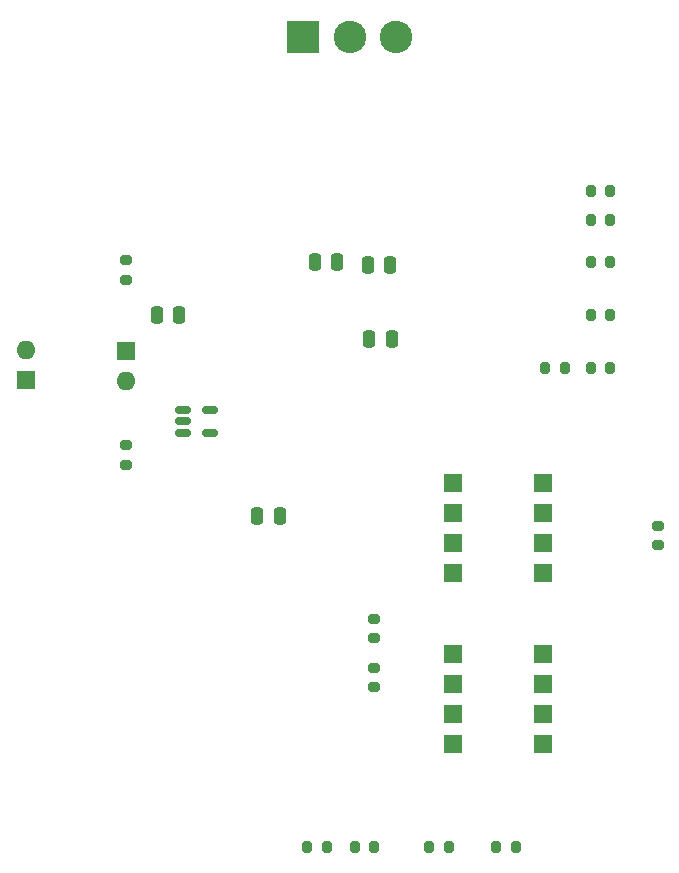
<source format=gbr>
%TF.GenerationSoftware,KiCad,Pcbnew,8.0.5*%
%TF.CreationDate,2024-10-10T13:47:41+03:00*%
%TF.ProjectId,kek,6b656b2e-6b69-4636-9164-5f7063625858,rev?*%
%TF.SameCoordinates,Original*%
%TF.FileFunction,Soldermask,Top*%
%TF.FilePolarity,Negative*%
%FSLAX46Y46*%
G04 Gerber Fmt 4.6, Leading zero omitted, Abs format (unit mm)*
G04 Created by KiCad (PCBNEW 8.0.5) date 2024-10-10 13:47:41*
%MOMM*%
%LPD*%
G01*
G04 APERTURE LIST*
G04 Aperture macros list*
%AMRoundRect*
0 Rectangle with rounded corners*
0 $1 Rounding radius*
0 $2 $3 $4 $5 $6 $7 $8 $9 X,Y pos of 4 corners*
0 Add a 4 corners polygon primitive as box body*
4,1,4,$2,$3,$4,$5,$6,$7,$8,$9,$2,$3,0*
0 Add four circle primitives for the rounded corners*
1,1,$1+$1,$2,$3*
1,1,$1+$1,$4,$5*
1,1,$1+$1,$6,$7*
1,1,$1+$1,$8,$9*
0 Add four rect primitives between the rounded corners*
20,1,$1+$1,$2,$3,$4,$5,0*
20,1,$1+$1,$4,$5,$6,$7,0*
20,1,$1+$1,$6,$7,$8,$9,0*
20,1,$1+$1,$8,$9,$2,$3,0*%
G04 Aperture macros list end*
%ADD10RoundRect,0.150000X-0.512500X-0.150000X0.512500X-0.150000X0.512500X0.150000X-0.512500X0.150000X0*%
%ADD11RoundRect,0.200000X-0.275000X0.200000X-0.275000X-0.200000X0.275000X-0.200000X0.275000X0.200000X0*%
%ADD12RoundRect,0.200000X-0.200000X-0.275000X0.200000X-0.275000X0.200000X0.275000X-0.200000X0.275000X0*%
%ADD13RoundRect,0.200000X0.200000X0.275000X-0.200000X0.275000X-0.200000X-0.275000X0.200000X-0.275000X0*%
%ADD14R,1.600000X1.600000*%
%ADD15RoundRect,0.250000X-0.250000X-0.475000X0.250000X-0.475000X0.250000X0.475000X-0.250000X0.475000X0*%
%ADD16O,1.600000X1.600000*%
%ADD17RoundRect,0.102000X-1.275000X-1.275000X1.275000X-1.275000X1.275000X1.275000X-1.275000X1.275000X0*%
%ADD18C,2.754000*%
%ADD19RoundRect,0.200000X0.275000X-0.200000X0.275000X0.200000X-0.275000X0.200000X-0.275000X-0.200000X0*%
%ADD20RoundRect,0.250000X0.250000X0.475000X-0.250000X0.475000X-0.250000X-0.475000X0.250000X-0.475000X0*%
G04 APERTURE END LIST*
D10*
%TO.C,DA1*%
X119862500Y-100550000D03*
X119862500Y-101500000D03*
X119862500Y-102450000D03*
X122137500Y-102450000D03*
X122137500Y-100550000D03*
%TD*%
D11*
%TO.C,R8*%
X160000000Y-110350000D03*
X160000000Y-112000000D03*
%TD*%
D12*
%TO.C,R2*%
X154330000Y-84480000D03*
X155980000Y-84480000D03*
%TD*%
D13*
%TO.C,R5*%
X152150000Y-97000000D03*
X150500000Y-97000000D03*
%TD*%
D14*
%TO.C,DA2*%
X142690000Y-106690000D03*
X142690000Y-109230000D03*
X142690000Y-111770000D03*
X142690000Y-114310000D03*
X150310000Y-114310000D03*
X150310000Y-111770000D03*
X150310000Y-109230000D03*
X150310000Y-106690000D03*
%TD*%
D15*
%TO.C,C4*%
X135600000Y-94500000D03*
X137500000Y-94500000D03*
%TD*%
D12*
%TO.C,R1*%
X154330000Y-81970000D03*
X155980000Y-81970000D03*
%TD*%
D14*
%TO.C,VD1*%
X106500000Y-98000000D03*
D16*
X106500000Y-95460000D03*
%TD*%
D13*
%TO.C,R7*%
X156000000Y-88000000D03*
X154350000Y-88000000D03*
%TD*%
D12*
%TO.C,R14*%
X140675000Y-137500000D03*
X142325000Y-137500000D03*
%TD*%
D14*
%TO.C,VD2*%
X115000000Y-95500000D03*
D16*
X115000000Y-98040000D03*
%TD*%
D14*
%TO.C,DA3*%
X142690000Y-121190000D03*
X142690000Y-123730000D03*
X142690000Y-126270000D03*
X142690000Y-128810000D03*
X150310000Y-128810000D03*
X150310000Y-126270000D03*
X150310000Y-123730000D03*
X150310000Y-121190000D03*
%TD*%
D15*
%TO.C,C2*%
X117600000Y-92500000D03*
X119500000Y-92500000D03*
%TD*%
D17*
%TO.C,X1*%
X129977750Y-68937500D03*
D18*
X133937750Y-68937500D03*
X137897750Y-68937500D03*
%TD*%
D15*
%TO.C,C5*%
X126100000Y-109500000D03*
X128000000Y-109500000D03*
%TD*%
D19*
%TO.C,R15*%
X115000000Y-105150000D03*
X115000000Y-103500000D03*
%TD*%
D20*
%TO.C,C1*%
X132900000Y-88000000D03*
X131000000Y-88000000D03*
%TD*%
D12*
%TO.C,R13*%
X146350000Y-137500000D03*
X148000000Y-137500000D03*
%TD*%
D11*
%TO.C,R12*%
X136000000Y-122350000D03*
X136000000Y-124000000D03*
%TD*%
D12*
%TO.C,R4*%
X154350000Y-97000000D03*
X156000000Y-97000000D03*
%TD*%
%TO.C,R10*%
X130350000Y-137500000D03*
X132000000Y-137500000D03*
%TD*%
%TO.C,R11*%
X134350000Y-137500000D03*
X136000000Y-137500000D03*
%TD*%
D15*
%TO.C,C3*%
X135475000Y-88240000D03*
X137375000Y-88240000D03*
%TD*%
D11*
%TO.C,R9*%
X136000000Y-118200000D03*
X136000000Y-119850000D03*
%TD*%
%TO.C,R6*%
X115000000Y-87850000D03*
X115000000Y-89500000D03*
%TD*%
D12*
%TO.C,R3*%
X154350000Y-92500000D03*
X156000000Y-92500000D03*
%TD*%
M02*

</source>
